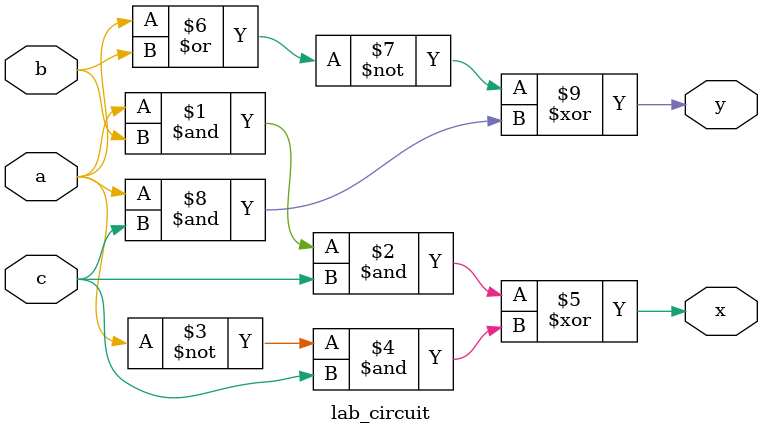
<source format=v>
module lab_circuit(a, b, c, x, y);

    input a, b, c;
    output x, y;
    

    assign x = (a&b&c)^(~a&c);
    assign y = (~(a|b))^(a&c);


endmodule
</source>
